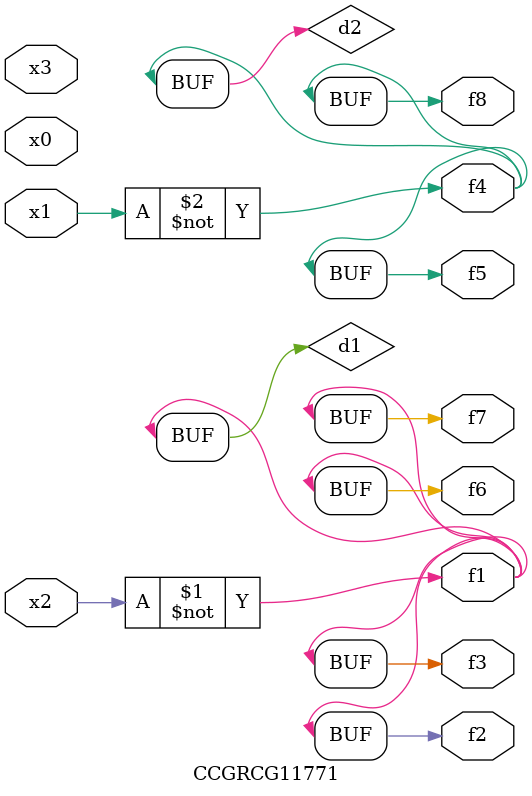
<source format=v>
module CCGRCG11771(
	input x0, x1, x2, x3,
	output f1, f2, f3, f4, f5, f6, f7, f8
);

	wire d1, d2;

	xnor (d1, x2);
	not (d2, x1);
	assign f1 = d1;
	assign f2 = d1;
	assign f3 = d1;
	assign f4 = d2;
	assign f5 = d2;
	assign f6 = d1;
	assign f7 = d1;
	assign f8 = d2;
endmodule

</source>
